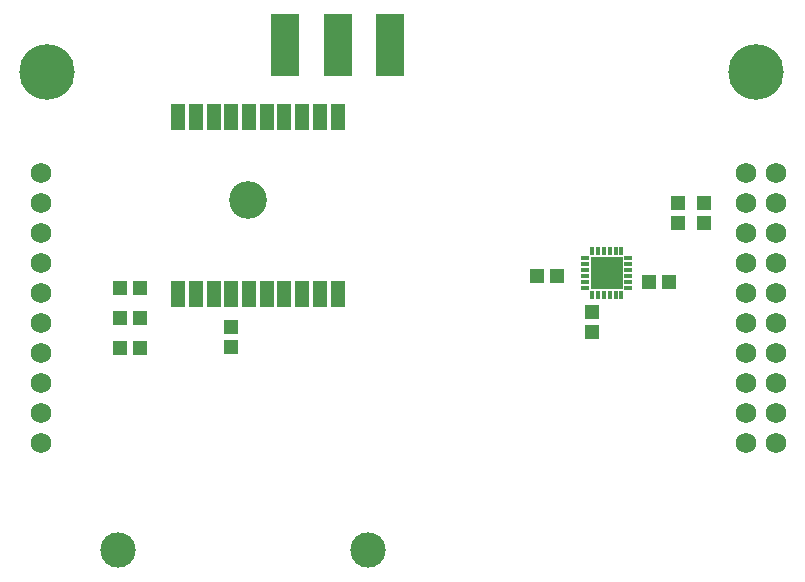
<source format=gts>
G75*
G70*
%OFA0B0*%
%FSLAX24Y24*%
%IPPOS*%
%LPD*%
%AMOC8*
5,1,8,0,0,1.08239X$1,22.5*
%
%ADD10C,0.0680*%
%ADD11C,0.1852*%
%ADD12R,0.0138X0.0256*%
%ADD13R,0.1063X0.1063*%
%ADD14R,0.0256X0.0138*%
%ADD15R,0.0513X0.0474*%
%ADD16R,0.0474X0.0513*%
%ADD17R,0.0474X0.0867*%
%ADD18C,0.1261*%
%ADD19R,0.0980X0.2080*%
%ADD20C,0.1175*%
D10*
X001960Y010567D03*
X001960Y011567D03*
X001960Y012567D03*
X001960Y013567D03*
X001960Y014567D03*
X001960Y015567D03*
X001960Y016567D03*
X001960Y017567D03*
X001960Y018567D03*
X001960Y019567D03*
X025460Y019567D03*
X026460Y019567D03*
X026460Y018567D03*
X026460Y017567D03*
X026460Y016567D03*
X026460Y015567D03*
X026460Y014567D03*
X026460Y013567D03*
X026460Y012567D03*
X026460Y011567D03*
X026460Y010567D03*
X025460Y010567D03*
X025460Y011567D03*
X025460Y012567D03*
X025460Y013567D03*
X025460Y014567D03*
X025460Y015567D03*
X025460Y016567D03*
X025460Y017567D03*
X025460Y018567D03*
D11*
X025771Y022941D03*
X002149Y022941D03*
D12*
X020313Y016978D03*
X020510Y016978D03*
X020707Y016978D03*
X020903Y016978D03*
X021100Y016978D03*
X021297Y016978D03*
X021297Y015522D03*
X021100Y015522D03*
X020903Y015522D03*
X020707Y015522D03*
X020510Y015522D03*
X020313Y015522D03*
D13*
X020805Y016250D03*
D14*
X021533Y016348D03*
X021533Y016152D03*
X021533Y015955D03*
X021533Y015758D03*
X021533Y016545D03*
X021533Y016742D03*
X020077Y016742D03*
X020077Y016545D03*
X020077Y016348D03*
X020077Y016152D03*
X020077Y015955D03*
X020077Y015758D03*
D15*
X019140Y016152D03*
X018470Y016152D03*
X022220Y015955D03*
X022890Y015955D03*
X023180Y017915D03*
X023180Y018585D03*
X024055Y018585D03*
X024055Y017915D03*
X005265Y015750D03*
X004595Y015750D03*
X004595Y014750D03*
X005265Y014750D03*
D16*
X005265Y013750D03*
X004595Y013750D03*
X008294Y013790D03*
X008294Y014460D03*
X020313Y014290D03*
X020313Y014960D03*
D17*
X011837Y015547D03*
X011247Y015547D03*
X010656Y015547D03*
X010066Y015547D03*
X009475Y015547D03*
X008885Y015547D03*
X008294Y015547D03*
X007704Y015547D03*
X007113Y015547D03*
X006523Y015547D03*
X006523Y021453D03*
X007113Y021453D03*
X007704Y021453D03*
X008294Y021453D03*
X008885Y021453D03*
X009475Y021453D03*
X010066Y021453D03*
X010656Y021453D03*
X011247Y021453D03*
X011837Y021453D03*
D18*
X008845Y018697D03*
D19*
X010097Y023865D03*
X011837Y023865D03*
X013577Y023865D03*
D20*
X004525Y007000D03*
X012835Y007000D03*
M02*

</source>
